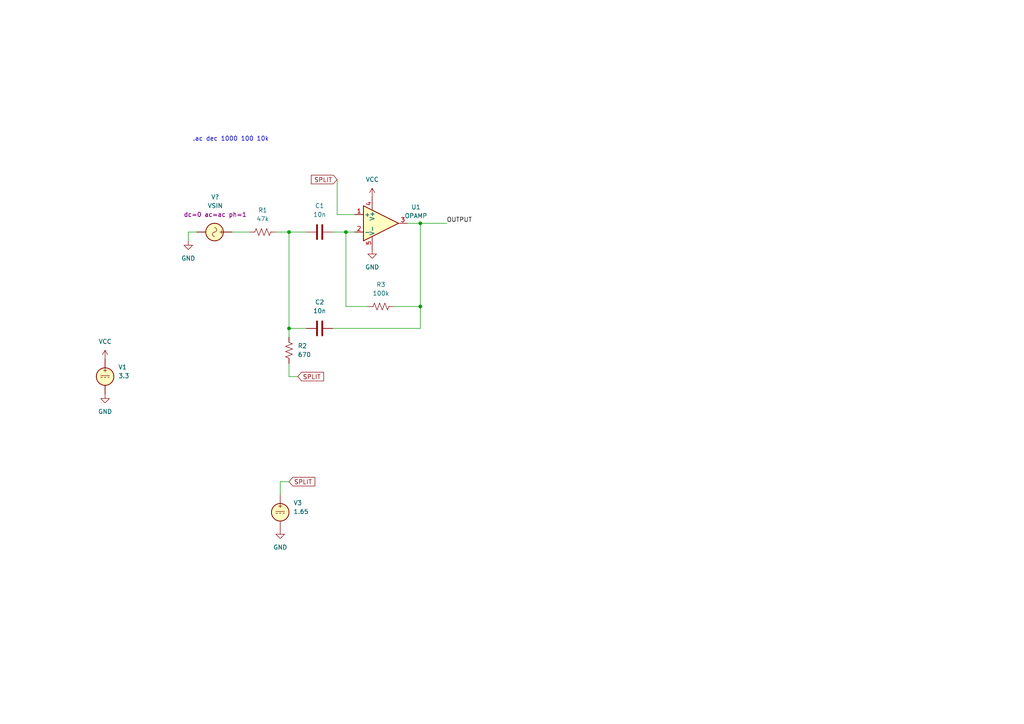
<source format=kicad_sch>
(kicad_sch (version 20211123) (generator eeschema)
  (paper "A4")
  (lib_symbols
    (symbol "Device:C" (pin_numbers hide) (pin_names (offset 0.254))
      (property "Reference" "C" (at 0.635 2.54 0))
      (property "Value" "C" (at 0.635 -2.54 0))
      (symbol "C_0_1"
        (polyline (pts (xy -2.032 -0.762) (xy 2.032 -0.762)) (stroke (width 0.508)))
        (polyline (pts (xy -2.032 0.762) (xy 2.032 0.762)) (stroke (width 0.508)))
      )
      (symbol "C_1_1"
        (pin passive line (at 0 3.81 270) (length 2.794) (name "~") (number "1"))
        (pin passive line (at 0 -3.81 90) (length 2.794) (name "~") (number "2"))
      )
    )
    (symbol "Device:R_US" (pin_numbers hide) (pin_names (offset 0))
      (property "Reference" "R" (at 2.54 0 90))
      (property "Value" "R_US" (at -2.54 0 90))
      (symbol "R_US_0_1"
        (polyline (pts (xy 0 -2.286) (xy 0 -2.54)))
        (polyline (pts (xy 0 2.286) (xy 0 2.54)))
        (polyline (pts (xy 0 -0.762) (xy 1.016 -1.143) (xy 0 -1.524) (xy -1.016 -1.905) (xy 0 -2.286)))
        (polyline (pts (xy 0 0.762) (xy 1.016 0.381) (xy 0 0) (xy -1.016 -0.381) (xy 0 -0.762)))
        (polyline (pts (xy 0 2.286) (xy 1.016 1.905) (xy 0 1.524) (xy -1.016 1.143) (xy 0 0.762)))
      )
      (symbol "R_US_1_1"
        (pin passive line (at 0 3.81 270) (length 1.27) (name "~") (number "1"))
        (pin passive line (at 0 -3.81 90) (length 1.27) (name "~") (number "2"))
      )
    )
    (symbol "Simulation_SPICE:OPAMP" (pin_names (offset 0.254))
      (property "Reference" "U" (at 3.81 3.175 0))
      (property "Value" "OPAMP" (at 3.81 -3.175 0))
      (symbol "OPAMP_0_1"
        (polyline (pts (xy 5.08 0) (xy -5.08 5.08) (xy -5.08 -5.08) (xy 5.08 0)) (stroke (width 0.254)) (fill (type background)))
      )
      (symbol "OPAMP_1_1"
        (pin input line (at -7.62 2.54 0) (length 2.54) (name "+") (number "1"))
        (pin input line (at -7.62 -2.54 0) (length 2.54) (name "-") (number "2"))
        (pin output line (at 7.62 0 180) (length 2.54) (name "~") (number "3"))
        (pin power_in line (at -2.54 7.62 270) (length 3.81) (name "V+") (number "4"))
        (pin power_in line (at -2.54 -7.62 90) (length 3.81) (name "V-") (number "5"))
      )
    )
    (symbol "Simulation_SPICE:VDC" (pin_numbers hide) (pin_names (offset 0.0254))
      (property "Reference" "V" (at 2.54 2.54 0))
      (property "Value" "VDC" (at 2.54 0 0))
      (property "Spice_Model" "dc(1)" (at 2.54 -2.54 0))
      (symbol "VDC_0_0"
        (polyline (pts (xy -1.27 0.254) (xy 1.27 0.254)))
        (polyline (pts (xy -0.762 -0.254) (xy -1.27 -0.254)))
        (polyline (pts (xy 0.254 -0.254) (xy -0.254 -0.254)))
        (polyline (pts (xy 1.27 -0.254) (xy 0.762 -0.254)))
        (text "+" (at 0 1.905 0) (effects (font (size 1.27 1.27))))
      )
      (symbol "VDC_0_1"
        (circle (center 0 0) (radius 2.54) (stroke (width 0.254)) (fill (type background)))
      )
      (symbol "VDC_1_1"
        (pin passive line (at 0 5.08 270) (length 2.54) (name "~") (number "1"))
        (pin passive line (at 0 -5.08 90) (length 2.54) (name "~") (number "2"))
      )
    )
    (symbol "Simulation_SPICE:VSIN" (pin_numbers hide) (pin_names (offset 0.0254))
      (property "Reference" "V" (at 2.54 2.54 0))
      (property "Value" "VSIN" (at 2.54 0 0))
      (property "Spice_Model" "sin(0 1 1k)" (at 2.54 -2.54 0))
      (symbol "VSIN_0_0"
        (arc (start 0 0) (mid -0.635 0.635) (end -1.27 0))
        (arc (start 0 0) (mid 0.635 -0.635) (end 1.27 0))
        (text "+" (at 0 1.905 0) (effects (font (size 1.27 1.27))))
      )
      (symbol "VSIN_0_1"
        (circle (center 0 0) (radius 2.54) (stroke (width 0.254)) (fill (type background)))
      )
      (symbol "VSIN_1_1"
        (pin passive line (at 0 5.08 270) (length 2.54) (name "~") (number "1"))
        (pin passive line (at 0 -5.08 90) (length 2.54) (name "~") (number "2"))
      )
    )
    (symbol "power:GND" (power) (pin_names (offset 0))
      (property "Value" "GND" (at 0 -3.81 0))
      (symbol "GND_0_1"
        (polyline (pts (xy 0 0) (xy 0 -1.27) (xy 1.27 -1.27) (xy 0 -2.54) (xy -1.27 -1.27) (xy 0 -1.27)))
      )
      (symbol "GND_1_1"
        (pin power_in line (at 0 0 270) (length 0) hide (name "GND") (number "1"))
      )
    )
    (symbol "power:VCC" (power) (pin_names (offset 0))
      (property "Value" "VCC" (at 0 3.81 0))
      (symbol "VCC_0_1"
        (polyline (pts (xy -0.762 1.27) (xy 0 2.54)))
        (polyline (pts (xy 0 0) (xy 0 2.54)))
        (polyline (pts (xy 0 2.54) (xy 0.762 1.27)))
      )
      (symbol "VCC_1_1"
        (pin power_in line (at 0 0 90) (length 0) hide (name "VCC") (number "1"))
      )
    )
  )
  (junction (at 83.82 67.31))
  (junction (at 121.92 88.9))
  (junction (at 83.82 95.25))
  (junction (at 121.92 64.77))
  (junction (at 100.33 67.31))
  (wire (pts (xy 121.92 64.77) (xy 129.54 64.77)))
  (wire (pts (xy 81.28 139.7) (xy 81.28 143.51)))
  (wire (pts (xy 57.15 67.31) (xy 54.61 67.31)))
  (wire (pts (xy 100.33 67.31) (xy 100.33 88.9)))
  (wire (pts (xy 102.87 62.23) (xy 97.79 62.23)))
  (wire (pts (xy 83.82 67.31) (xy 88.9 67.31)))
  (wire (pts (xy 100.33 88.9) (xy 106.68 88.9)))
  (wire (pts (xy 100.33 67.31) (xy 102.87 67.31)))
  (wire (pts (xy 96.52 95.25) (xy 121.92 95.25)))
  (wire (pts (xy 54.61 67.31) (xy 54.61 69.85)))
  (wire (pts (xy 83.82 95.25) (xy 83.82 97.79)))
  (wire (pts (xy 121.92 64.77) (xy 121.92 88.9)))
  (wire (pts (xy 118.11 64.77) (xy 121.92 64.77)))
  (wire (pts (xy 121.92 88.9) (xy 121.92 95.25)))
  (wire (pts (xy 97.79 52.07) (xy 97.79 62.23)))
  (wire (pts (xy 96.52 67.31) (xy 100.33 67.31)))
  (wire (pts (xy 83.82 67.31) (xy 80.01 67.31)))
  (wire (pts (xy 83.82 105.41) (xy 83.82 109.22)))
  (wire (pts (xy 114.3 88.9) (xy 121.92 88.9)))
  (wire (pts (xy 67.31 67.31) (xy 72.39 67.31)))
  (wire (pts (xy 83.82 109.22) (xy 86.36 109.22)))
  (wire (pts (xy 83.82 67.31) (xy 83.82 95.25)))
  (wire (pts (xy 83.82 95.25) (xy 88.9 95.25)))
  (wire (pts (xy 83.82 139.7) (xy 81.28 139.7)))
  (text ".ac dec 1000 100 10k\n\n" (at 55.88 43.18 0) (effects (font (size 1.27 1.27)) (justify left bottom)))
  (label "OUTPUT" (at 129.54 64.77 0))
  (global_label "SPLIT" (shape input) (at 86.36 109.22 0) (property "Intersheet References" "${INTERSHEET_REFS}" (effects hide)))
  (global_label "SPLIT" (shape input) (at 97.79 52.07 180) (property "Intersheet References" "${INTERSHEET_REFS}" (effects hide)))
  (global_label "SPLIT" (shape input) (at 83.82 139.7 0) (property "Intersheet References" "${INTERSHEET_REFS}" (effects hide)))
  (symbol (lib_id "Device:C") (at 92.71 95.25 90) (unit 1)
    (property "Reference" "C2" (at 92.71 87.63 90))
    (property "Value" "10n" (at 92.71 90.17 90))
  )
  (symbol (lib_id "Simulation_SPICE:VDC") (at 30.48 109.22 0) (unit 1)
    (property "Reference" "V1" (at 34.29 106.4901 0) (effects (justify left)))
    (property "Value" "VDC" (at 34.29 109.0301 0) (effects (justify left)))
    (property "Spice_Netlist_Enabled" "Y" (effects hide))
    (property "Spice_Primitive" "V" (effects hide))
    (property "Spice_Model" "dc(3.3)" (at 34.29 111.5701 0) (effects (justify left)))
  )
  (symbol (lib_id "Device:R_US") (at 76.2 67.31 90) (unit 1)
    (property "Reference" "R1" (at 76.2 60.96 90))
    (property "Value" "47k" (at 76.2 63.5 90))
  )
  (symbol (lib_id "Simulation_SPICE:VDC") (at 81.28 148.59 0) (unit 1)
    (property "Reference" "V3" (at 85.09 145.8601 0) (effects (justify left)))
    (property "Value" "VDC" (at 85.09 148.4001 0) (effects (justify left)))
    (property "Spice_Netlist_Enabled" "Y" (effects hide))
    (property "Spice_Primitive" "V" (effects hide))
    (property "Spice_Model" "dc(1.65)" (at 85.09 150.9401 0) (effects (justify left)))
  )
  (symbol (lib_id "power:GND") (at 30.48 114.3 0) (unit 1)
    (property "Reference" "#PWR02" (effects hide))
    (property "Value" "GND" (at 30.48 119.38 0))
  )
  (symbol (lib_id "Simulation_SPICE:VSIN") (at 62.23 67.31 270) (unit 1)
    (property "Reference" "V?" (at 62.4197 57.15 90))
    (property "Value" "VSIN" (at 62.4197 59.69 90))
    (property "Spice_Netlist_Enabled" "Y" (effects hide))
    (property "Spice_Primitive" "V" (effects hide))
    (property "Spice_Model" "dc 0 ac 1" (at 62.4197 62.23 90))
  )
  (symbol (lib_id "power:VCC") (at 107.95 57.15 0) (unit 1)
    (property "Reference" "#PWR06" (effects hide))
    (property "Value" "VCC" (at 107.95 52.07 0))
  )
  (symbol (lib_id "power:GND") (at 107.95 72.39 0) (unit 1)
    (property "Reference" "#PWR07" (effects hide))
    (property "Value" "GND" (at 107.95 77.47 0))
  )
  (symbol (lib_id "Device:C") (at 92.71 67.31 90) (unit 1)
    (property "Reference" "C1" (at 92.71 59.69 90))
    (property "Value" "10n" (at 92.71 62.23 90))
    (property "Spice_Primitive" "C" (effects hide))
    (property "Spice_Model" "10n" (effects hide))
    (property "Spice_Netlist_Enabled" "Y" (effects hide))
  )
  (symbol (lib_id "power:GND") (at 81.28 153.67 0) (unit 1)
    (property "Reference" "#PWR04" (effects hide))
    (property "Value" "GND" (at 81.28 158.75 0))
  )
  (symbol (lib_id "power:GND") (at 54.61 69.85 0) (unit 1)
    (property "Reference" "#PWR03" (effects hide))
    (property "Value" "GND" (at 54.61 74.93 0))
  )
  (symbol (lib_id "Device:R_US") (at 83.82 101.6 180) (unit 1)
    (property "Reference" "R2" (at 86.36 100.3299 0) (effects (justify right)))
    (property "Value" "670" (at 86.36 102.8699 0) (effects (justify right)))
  )
  (symbol (lib_id "Device:R_US") (at 110.49 88.9 270) (unit 1)
    (property "Reference" "R3" (at 110.49 82.55 90))
    (property "Value" "100k" (at 110.49 85.09 90))
  )
  (symbol (lib_id "Simulation_SPICE:OPAMP") (at 110.49 64.77 0) (unit 1)
    (property "Reference" "U1" (at 120.65 60.071 0))
    (property "Value" "OPAMP" (at 120.65 62.611 0))
    (property "Spice_Netlist_Enabled" "Y" (effects hide))
    (property "Spice_Primitive" "X" (effects hide))
    (property "Spice_Model" "MCP6001" (effects hide))
    (property "Spice_Lib_File" "../_libs/MCP6001.lib" (effects hide))
    (property "Spice_Node_Sequence" "1 2 4 5 3" (effects hide))
  )
  (symbol (lib_id "power:VCC") (at 30.48 104.14 0) (unit 1)
    (property "Reference" "#PWR01" (effects hide))
    (property "Value" "VCC" (at 30.48 99.06 0))
  )
)
</source>
